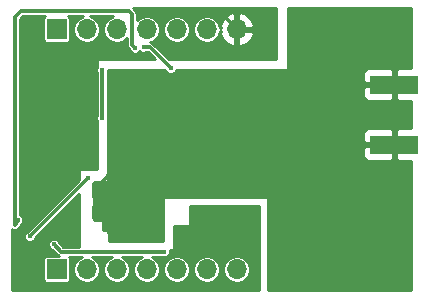
<source format=gbr>
G04 #@! TF.FileFunction,Copper,L2,Bot,Signal*
%FSLAX46Y46*%
G04 Gerber Fmt 4.6, Leading zero omitted, Abs format (unit mm)*
G04 Created by KiCad (PCBNEW 4.0.7) date Fri Oct 27 16:40:53 2017*
%MOMM*%
%LPD*%
G01*
G04 APERTURE LIST*
%ADD10C,0.100000*%
%ADD11R,4.064000X1.524000*%
%ADD12R,1.700000X1.700000*%
%ADD13O,1.700000X1.700000*%
%ADD14C,0.400000*%
%ADD15C,0.300000*%
%ADD16C,0.152000*%
%ADD17C,0.254000*%
G04 APERTURE END LIST*
D10*
D11*
X203835000Y-83413600D03*
X203835000Y-78333600D03*
D12*
X175260000Y-93980000D03*
D13*
X177800000Y-93980000D03*
X180340000Y-93980000D03*
X182880000Y-93980000D03*
X185420000Y-93980000D03*
X187960000Y-93980000D03*
X190500000Y-93980000D03*
D12*
X175260000Y-73660000D03*
D13*
X177800000Y-73660000D03*
X180340000Y-73660000D03*
X182880000Y-73660000D03*
X185420000Y-73660000D03*
X187960000Y-73660000D03*
X190500000Y-73660000D03*
D14*
X189865000Y-86995000D03*
X189230000Y-86360000D03*
X188595000Y-85725000D03*
X187960000Y-85090000D03*
X186690000Y-85090000D03*
X204216000Y-81915000D03*
X203454000Y-81915000D03*
X202692000Y-81915000D03*
X201930000Y-81915000D03*
X200660000Y-81788000D03*
X199390000Y-81788000D03*
X198120000Y-81788000D03*
X196850000Y-81788000D03*
X193040000Y-83820000D03*
X198120000Y-85090000D03*
X194310000Y-82550000D03*
X195580000Y-82550000D03*
X196850000Y-82550000D03*
X198120000Y-82550000D03*
X199390000Y-82550000D03*
X200660000Y-82550000D03*
X200660000Y-83820000D03*
X199390000Y-83820000D03*
X198120000Y-83820000D03*
X196850000Y-83820000D03*
X195580000Y-83820000D03*
X194310000Y-83820000D03*
X194310000Y-85090000D03*
X195580000Y-85090000D03*
X196850000Y-85090000D03*
X201930000Y-79819500D03*
X204216000Y-79819500D03*
X203454000Y-79819500D03*
X202692000Y-79819500D03*
X193548000Y-95250000D03*
X193548000Y-93980000D03*
X193548000Y-92710000D03*
X193548000Y-91440000D03*
X193548000Y-90170000D03*
X193548000Y-88900000D03*
X192786000Y-83439000D03*
X192913000Y-82931000D03*
X192913000Y-82296000D03*
X195199000Y-81788000D03*
X194310000Y-81788000D03*
X193548000Y-81788000D03*
X193040000Y-85090000D03*
X199390000Y-85090000D03*
X200660000Y-85090000D03*
X201930000Y-85090000D03*
X203200000Y-85090000D03*
X204470000Y-85090000D03*
X204470000Y-86360000D03*
X203200000Y-86360000D03*
X201930000Y-86360000D03*
X200660000Y-86360000D03*
X199390000Y-86360000D03*
X198120000Y-86360000D03*
X196850000Y-86360000D03*
X195580000Y-86360000D03*
X194310000Y-86360000D03*
X193040000Y-86360000D03*
X204470000Y-87630000D03*
X203200000Y-87630000D03*
X201930000Y-87630000D03*
X200660000Y-87630000D03*
X199390000Y-87630000D03*
X198120000Y-87630000D03*
X196850000Y-87630000D03*
X195580000Y-87630000D03*
X195580000Y-88900000D03*
X196850000Y-88900000D03*
X198120000Y-88900000D03*
X199390000Y-88900000D03*
X200660000Y-88900000D03*
X201930000Y-88900000D03*
X203200000Y-88900000D03*
X204470000Y-88900000D03*
X204470000Y-90170000D03*
X203200000Y-90170000D03*
X201930000Y-90170000D03*
X200660000Y-90170000D03*
X199390000Y-90170000D03*
X198120000Y-90170000D03*
X196850000Y-90170000D03*
X195580000Y-90170000D03*
X195580000Y-91440000D03*
X196850000Y-91440000D03*
X198120000Y-91440000D03*
X199390000Y-91440000D03*
X200660000Y-91440000D03*
X201930000Y-91440000D03*
X203200000Y-91440000D03*
X204470000Y-91440000D03*
X204470000Y-92710000D03*
X203200000Y-92710000D03*
X201930000Y-92710000D03*
X200660000Y-92710000D03*
X199390000Y-92710000D03*
X198120000Y-92710000D03*
X196850000Y-92710000D03*
X195580000Y-92710000D03*
X195580000Y-93980000D03*
X196850000Y-93980000D03*
X198120000Y-93980000D03*
X199390000Y-93980000D03*
X200660000Y-93980000D03*
X201930000Y-93980000D03*
X203200000Y-93980000D03*
X204470000Y-93980000D03*
X204470000Y-95250000D03*
X203200000Y-95250000D03*
X201930000Y-95250000D03*
X200660000Y-95250000D03*
X199390000Y-95250000D03*
X198120000Y-95250000D03*
X196850000Y-95250000D03*
X195580000Y-95250000D03*
X194310000Y-95250000D03*
X194310000Y-93980000D03*
X194310000Y-92710000D03*
X194310000Y-91440000D03*
X194310000Y-90170000D03*
X194310000Y-88900000D03*
X194310000Y-87630000D03*
X193040000Y-87630000D03*
X191770000Y-87630000D03*
X191770000Y-86360000D03*
X191770000Y-85090000D03*
X190550800Y-79222600D03*
X200660000Y-80010000D03*
X199390000Y-80010000D03*
X198120000Y-80010000D03*
X196850000Y-80010000D03*
X195580000Y-80010000D03*
X194310000Y-80010000D03*
X193040000Y-80010000D03*
X193040000Y-78740000D03*
X191770000Y-78740000D03*
X191770000Y-77470000D03*
X193040000Y-77470000D03*
X194310000Y-77470000D03*
X194310000Y-78740000D03*
X200660000Y-78740000D03*
X199390000Y-78740000D03*
X198120000Y-78740000D03*
X196850000Y-78740000D03*
X195580000Y-78740000D03*
X203200000Y-76200000D03*
X204470000Y-76200000D03*
X204470000Y-74930000D03*
X203200000Y-74930000D03*
X201930000Y-74930000D03*
X200660000Y-74930000D03*
X199390000Y-74930000D03*
X198120000Y-74930000D03*
X196850000Y-74930000D03*
X195580000Y-73660000D03*
X196850000Y-73660000D03*
X198120000Y-73660000D03*
X199390000Y-73660000D03*
X200660000Y-73660000D03*
X201930000Y-73660000D03*
X203200000Y-73660000D03*
X204470000Y-73660000D03*
X204470000Y-72390000D03*
X203200000Y-72390000D03*
X201930000Y-72390000D03*
X200660000Y-72390000D03*
X199390000Y-72390000D03*
X198120000Y-72390000D03*
X196850000Y-72390000D03*
X195580000Y-72390000D03*
X201930000Y-76200000D03*
X200660000Y-76200000D03*
X199390000Y-76200000D03*
X198120000Y-76200000D03*
X196850000Y-76200000D03*
X195580000Y-77470000D03*
X196850000Y-77470000D03*
X198120000Y-77470000D03*
X199390000Y-77470000D03*
X200660000Y-77470000D03*
X189865000Y-80391000D03*
X190627000Y-80010000D03*
X188595000Y-81089500D03*
X189357000Y-80899000D03*
X192024000Y-83693000D03*
X191262000Y-83693000D03*
X192024000Y-79883000D03*
X190627000Y-83629500D03*
X189928500Y-83312000D03*
X189357000Y-82931000D03*
X188595000Y-82550000D03*
X191262000Y-79883000D03*
X191262000Y-81788000D03*
X187325000Y-78740000D03*
X189166500Y-77152500D03*
X187134500Y-77152500D03*
X181610000Y-88074500D03*
X181991000Y-91440000D03*
X182880000Y-91440000D03*
X183515000Y-90805000D03*
X183642000Y-89916000D03*
X183642000Y-89154000D03*
X181102000Y-91440000D03*
X180213000Y-91440000D03*
X179578000Y-86106000D03*
X179197000Y-86741000D03*
X178435000Y-86868000D03*
X178435000Y-87757000D03*
X178435000Y-88773000D03*
X178435000Y-89535000D03*
X179324000Y-89916000D03*
X179705000Y-90805000D03*
X180975000Y-84963000D03*
X184023000Y-87122000D03*
X184023000Y-87820500D03*
X183896000Y-88392000D03*
X183287500Y-80925500D03*
X181102000Y-78740000D03*
X183287500Y-82650500D03*
X185039000Y-82677000D03*
X185012500Y-80925500D03*
X171958000Y-89789000D03*
X184378600Y-92481400D03*
X175006000Y-91846400D03*
X181889400Y-75234800D03*
X179070000Y-81153000D03*
X179070000Y-77089000D03*
X182626000Y-75184000D03*
X184912000Y-76962000D03*
X173355000Y-95250000D03*
X172085000Y-95250000D03*
X172085000Y-93345000D03*
X172085000Y-91440000D03*
X192087500Y-93091000D03*
X192087500Y-93980000D03*
X192087500Y-94932500D03*
X174498000Y-95504000D03*
X176022000Y-95504000D03*
X177292000Y-95504000D03*
X178562000Y-95504000D03*
X179832000Y-95504000D03*
X181102000Y-95504000D03*
X182372000Y-95504000D03*
X183642000Y-95504000D03*
X184912000Y-95504000D03*
X186182000Y-95504000D03*
X187452000Y-95504000D03*
X188722000Y-95504000D03*
X189992000Y-95504000D03*
X191262000Y-95504000D03*
X192087500Y-91122500D03*
X192087500Y-90360500D03*
X192087500Y-89598500D03*
X192087500Y-91948000D03*
X173355000Y-74295000D03*
X173355000Y-76200000D03*
X173355000Y-78105000D03*
X173355000Y-80010000D03*
X173355000Y-73025000D03*
X177165000Y-82550000D03*
X175895000Y-82550000D03*
X174625000Y-82550000D03*
X174625000Y-87630000D03*
X174625000Y-85725000D03*
X174625000Y-83820000D03*
X173736000Y-92760800D03*
X173736000Y-91694000D03*
X175056800Y-90373200D03*
X184573000Y-75523000D03*
X188595000Y-89281000D03*
X189547500Y-91948000D03*
X174625000Y-81280000D03*
X173355000Y-81915000D03*
X173355000Y-83820000D03*
X173355000Y-85725000D03*
X173355000Y-87630000D03*
X173355000Y-89535000D03*
X176530000Y-75565000D03*
X179705000Y-75565000D03*
X175768000Y-80772000D03*
X178308000Y-83439000D03*
X176530000Y-76835000D03*
X175260000Y-79375000D03*
X186690000Y-72390000D03*
X172974000Y-91186000D03*
X177927000Y-86233000D03*
D15*
X188595000Y-85725000D02*
X189230000Y-86360000D01*
X186690000Y-85090000D02*
X187960000Y-85090000D01*
X203454000Y-81915000D02*
X204216000Y-81915000D01*
X201930000Y-81915000D02*
X202692000Y-81915000D01*
X199390000Y-81788000D02*
X200660000Y-81788000D01*
X196850000Y-81788000D02*
X198120000Y-81788000D01*
X193040000Y-85090000D02*
X193040000Y-83820000D01*
X196850000Y-86360000D02*
X198120000Y-85090000D01*
X196850000Y-82550000D02*
X195580000Y-82550000D01*
X199390000Y-82550000D02*
X198120000Y-82550000D01*
X200660000Y-83820000D02*
X200660000Y-82550000D01*
X198120000Y-83820000D02*
X199390000Y-83820000D01*
X195580000Y-83820000D02*
X196850000Y-83820000D01*
X194310000Y-85090000D02*
X194310000Y-83820000D01*
X196850000Y-85090000D02*
X195580000Y-85090000D01*
X201803000Y-79946500D02*
X201930000Y-79819500D01*
X200660000Y-80010000D02*
X201803000Y-79946500D01*
D16*
X202692000Y-79819500D02*
X203454000Y-79819500D01*
D15*
X193548000Y-92710000D02*
X193548000Y-93980000D01*
X193548000Y-90170000D02*
X193548000Y-91440000D01*
X194310000Y-88900000D02*
X193548000Y-88900000D01*
X192786000Y-83439000D02*
X192913000Y-83312000D01*
X192913000Y-83312000D02*
X192913000Y-82931000D01*
X195326000Y-81661000D02*
X196088000Y-81788000D01*
X195199000Y-81788000D02*
X195326000Y-81661000D01*
X193548000Y-81788000D02*
X194310000Y-81788000D01*
X191770000Y-85090000D02*
X193040000Y-85090000D01*
X201930000Y-85090000D02*
X200660000Y-85090000D01*
X204470000Y-85090000D02*
X203200000Y-85090000D01*
X203200000Y-86360000D02*
X204470000Y-86360000D01*
X200660000Y-86360000D02*
X201930000Y-86360000D01*
X198120000Y-86360000D02*
X199390000Y-86360000D01*
X195580000Y-86360000D02*
X196850000Y-86360000D01*
X193040000Y-86360000D02*
X194310000Y-86360000D01*
X201930000Y-87630000D02*
X203200000Y-87630000D01*
X199390000Y-87630000D02*
X200660000Y-87630000D01*
X196850000Y-87630000D02*
X198120000Y-87630000D01*
X195580000Y-88900000D02*
X195580000Y-87630000D01*
X198120000Y-88900000D02*
X196850000Y-88900000D01*
X200660000Y-88900000D02*
X199390000Y-88900000D01*
X203200000Y-88900000D02*
X201930000Y-88900000D01*
X204470000Y-90170000D02*
X204470000Y-88900000D01*
X201930000Y-90170000D02*
X203200000Y-90170000D01*
X199390000Y-90170000D02*
X200660000Y-90170000D01*
X196850000Y-90170000D02*
X198120000Y-90170000D01*
X195580000Y-91440000D02*
X195580000Y-90170000D01*
X198120000Y-91440000D02*
X196850000Y-91440000D01*
X200660000Y-91440000D02*
X199390000Y-91440000D01*
X203200000Y-91440000D02*
X201930000Y-91440000D01*
X204470000Y-92710000D02*
X204470000Y-91440000D01*
X201930000Y-92710000D02*
X203200000Y-92710000D01*
X199390000Y-92710000D02*
X200660000Y-92710000D01*
X196850000Y-92710000D02*
X198120000Y-92710000D01*
X195580000Y-93980000D02*
X195580000Y-92710000D01*
X198120000Y-93980000D02*
X196850000Y-93980000D01*
X200660000Y-93980000D02*
X199390000Y-93980000D01*
X203200000Y-93980000D02*
X201930000Y-93980000D01*
X204470000Y-95250000D02*
X204470000Y-93980000D01*
X201930000Y-95250000D02*
X203200000Y-95250000D01*
X199390000Y-95250000D02*
X200660000Y-95250000D01*
X196850000Y-95250000D02*
X198120000Y-95250000D01*
X194310000Y-95250000D02*
X195580000Y-95250000D01*
X194310000Y-92710000D02*
X194310000Y-93980000D01*
X194310000Y-90170000D02*
X194310000Y-91440000D01*
X194310000Y-87630000D02*
X194310000Y-88900000D01*
X191770000Y-87630000D02*
X193040000Y-87630000D01*
X191770000Y-85090000D02*
X191770000Y-86360000D01*
X198120000Y-80010000D02*
X199390000Y-80010000D01*
X195580000Y-80010000D02*
X196850000Y-80010000D01*
X193040000Y-80010000D02*
X194310000Y-80010000D01*
X191770000Y-78740000D02*
X193040000Y-78740000D01*
X193040000Y-77470000D02*
X191770000Y-77470000D01*
X194310000Y-78740000D02*
X194310000Y-77470000D01*
X202361800Y-78333600D02*
X203835000Y-78333600D01*
X195580000Y-77470000D02*
X195580000Y-78740000D01*
X199390000Y-78740000D02*
X200660000Y-78740000D01*
X196850000Y-78740000D02*
X198120000Y-78740000D01*
X204470000Y-74930000D02*
X204470000Y-76200000D01*
X201930000Y-74930000D02*
X203200000Y-74930000D01*
X199390000Y-74930000D02*
X200660000Y-74930000D01*
X196850000Y-74930000D02*
X198120000Y-74930000D01*
X196850000Y-73660000D02*
X195580000Y-73660000D01*
X199390000Y-73660000D02*
X198120000Y-73660000D01*
X201930000Y-73660000D02*
X200660000Y-73660000D01*
X204470000Y-73660000D02*
X203200000Y-73660000D01*
X203200000Y-72390000D02*
X204470000Y-72390000D01*
X200660000Y-72390000D02*
X201930000Y-72390000D01*
X198120000Y-72390000D02*
X199390000Y-72390000D01*
X195580000Y-72390000D02*
X196850000Y-72390000D01*
X203200000Y-76200000D02*
X201930000Y-76200000D01*
X200660000Y-76200000D02*
X199390000Y-76200000D01*
X198120000Y-76200000D02*
X196850000Y-76200000D01*
X195580000Y-77470000D02*
X196850000Y-77470000D01*
X198120000Y-77470000D02*
X199390000Y-77470000D01*
X200660000Y-77470000D02*
X201930000Y-76200000D01*
X201930000Y-76200000D02*
X203200000Y-76200000D01*
X203200000Y-76200000D02*
X203809600Y-76809600D01*
X203809600Y-76809600D02*
X203835000Y-78333600D01*
D16*
X189865000Y-80391000D02*
X190119000Y-79883000D01*
X190119000Y-79883000D02*
X190627000Y-80010000D01*
X188849000Y-80772000D02*
X189357000Y-80899000D01*
X188595000Y-81089500D02*
X188849000Y-80772000D01*
D15*
X192024000Y-83693000D02*
X191262000Y-83693000D01*
X190119000Y-83693000D02*
X189928500Y-83312000D01*
X190119000Y-83693000D02*
X190627000Y-83629500D01*
X189357000Y-82931000D02*
X191262000Y-82931000D01*
X191262000Y-82931000D02*
X192151000Y-83820000D01*
D16*
X191262000Y-80899000D02*
X191262000Y-79883000D01*
X191262000Y-81788000D02*
X191262000Y-82677000D01*
D15*
X187134500Y-77152500D02*
X187134500Y-78549500D01*
X187134500Y-78549500D02*
X187325000Y-78740000D01*
X187134500Y-77152500D02*
X187198000Y-77216000D01*
X187198000Y-77216000D02*
X188087000Y-77216000D01*
X182880000Y-91440000D02*
X183515000Y-90805000D01*
X183642000Y-89916000D02*
X183642000Y-89154000D01*
X179705000Y-90932000D02*
X180213000Y-91440000D01*
X179705000Y-90805000D02*
X179705000Y-90932000D01*
X179578000Y-86106000D02*
X179197000Y-86487000D01*
X179197000Y-86487000D02*
X179197000Y-86741000D01*
X178435000Y-86868000D02*
X178435000Y-87757000D01*
X178435000Y-88773000D02*
X178435000Y-89535000D01*
X179324000Y-89916000D02*
X179705000Y-90297000D01*
X179705000Y-90297000D02*
X179705000Y-90805000D01*
X181102000Y-91440000D02*
X181991000Y-91440000D01*
X184023000Y-88265000D02*
X184023000Y-87820500D01*
X183896000Y-88392000D02*
X184023000Y-88265000D01*
X181102000Y-78740000D02*
X183261000Y-80899000D01*
X183261000Y-80899000D02*
X183287500Y-80925500D01*
X183287500Y-82650500D02*
X183261000Y-82677000D01*
X185012500Y-80925500D02*
X185039000Y-80899000D01*
X171704000Y-72898000D02*
X171704000Y-72644000D01*
X171704000Y-90246200D02*
X171958000Y-89789000D01*
X175641000Y-92481400D02*
X184378600Y-92481400D01*
X175006000Y-91846400D02*
X175641000Y-92481400D01*
X171704000Y-72898000D02*
X171704000Y-90170000D01*
X181610000Y-72339200D02*
X181406800Y-72136000D01*
X181610000Y-74955400D02*
X181610000Y-72339200D01*
X181889400Y-75234800D02*
X181610000Y-74955400D01*
X171704000Y-90170000D02*
X171704000Y-90246200D01*
X172212000Y-72136000D02*
X181406800Y-72136000D01*
X171704000Y-72644000D02*
X172212000Y-72136000D01*
X179070000Y-81153000D02*
X179070000Y-77089000D01*
X183134000Y-75184000D02*
X182626000Y-75184000D01*
X184912000Y-76962000D02*
X183134000Y-75184000D01*
X192087500Y-94932500D02*
X191833500Y-94932500D01*
X172085000Y-93345000D02*
X172085000Y-95250000D01*
X192087500Y-93091000D02*
X192087500Y-93980000D01*
X173482000Y-95250000D02*
X173355000Y-95250000D01*
X173736000Y-95504000D02*
X173482000Y-95250000D01*
X174498000Y-95504000D02*
X173736000Y-95504000D01*
X177292000Y-95504000D02*
X176022000Y-95504000D01*
X179832000Y-95504000D02*
X178562000Y-95504000D01*
X182372000Y-95504000D02*
X181102000Y-95504000D01*
X184912000Y-95504000D02*
X183642000Y-95504000D01*
X187452000Y-95504000D02*
X186182000Y-95504000D01*
X189992000Y-95504000D02*
X188722000Y-95504000D01*
X191833500Y-94932500D02*
X191262000Y-95504000D01*
X192087500Y-91122500D02*
X192087500Y-90360500D01*
X192087500Y-89598500D02*
X192087500Y-88963500D01*
X189547500Y-91948000D02*
X192087500Y-91948000D01*
X173355000Y-76200000D02*
X173355000Y-74295000D01*
X173355000Y-80010000D02*
X173355000Y-78105000D01*
X174625000Y-82550000D02*
X175895000Y-82550000D01*
X174625000Y-83820000D02*
X174625000Y-85725000D01*
X175056800Y-90373200D02*
X173736000Y-91694000D01*
X184573000Y-75523000D02*
X184594500Y-75501500D01*
X189547500Y-91948000D02*
X189547500Y-90233500D01*
X189547500Y-90233500D02*
X188595000Y-89281000D01*
X173355000Y-89535000D02*
X172085000Y-90805000D01*
X172085000Y-90805000D02*
X172085000Y-91440000D01*
X172085000Y-91440000D02*
X172085000Y-90805000D01*
X175133000Y-80772000D02*
X175768000Y-80772000D01*
X174625000Y-81280000D02*
X175133000Y-80772000D01*
X173355000Y-83820000D02*
X173355000Y-81915000D01*
X173355000Y-87630000D02*
X173355000Y-85725000D01*
X176530000Y-75565000D02*
X179705000Y-75565000D01*
X178308000Y-83439000D02*
X178181000Y-83439000D01*
X177800000Y-83058000D02*
X177800000Y-80772000D01*
X178181000Y-83439000D02*
X177800000Y-83058000D01*
X175768000Y-80772000D02*
X177800000Y-80772000D01*
X175260000Y-78105000D02*
X176530000Y-76835000D01*
X175260000Y-79375000D02*
X175260000Y-78105000D01*
X186690000Y-72390000D02*
X189230000Y-72390000D01*
X189230000Y-72390000D02*
X190500000Y-73660000D01*
X177927000Y-86233000D02*
X172974000Y-91186000D01*
D17*
G36*
X205257400Y-76936600D02*
X204120750Y-76936600D01*
X203962000Y-77095350D01*
X203962000Y-78206600D01*
X203982000Y-78206600D01*
X203982000Y-78460600D01*
X203962000Y-78460600D01*
X203962000Y-79571850D01*
X204120750Y-79730600D01*
X205257400Y-79730600D01*
X205257400Y-82016600D01*
X204120750Y-82016600D01*
X203962000Y-82175350D01*
X203962000Y-83286600D01*
X203982000Y-83286600D01*
X203982000Y-83540600D01*
X203962000Y-83540600D01*
X203962000Y-84651850D01*
X204120750Y-84810600D01*
X205257400Y-84810600D01*
X205257400Y-95758000D01*
X193167000Y-95758000D01*
X193167000Y-88011000D01*
X193156994Y-87961590D01*
X193128553Y-87919965D01*
X193086159Y-87892685D01*
X193040000Y-87884000D01*
X184404000Y-87884000D01*
X184354590Y-87894006D01*
X184312965Y-87922447D01*
X184285685Y-87964841D01*
X184277000Y-88011000D01*
X184277000Y-91567000D01*
X179705000Y-91567000D01*
X179705000Y-90805000D01*
X179694994Y-90755590D01*
X179666553Y-90713965D01*
X179624159Y-90686685D01*
X179578000Y-90678000D01*
X179197000Y-90678000D01*
X179197000Y-89916000D01*
X179186994Y-89866590D01*
X179158553Y-89824965D01*
X179116159Y-89797685D01*
X179070000Y-89789000D01*
X178435000Y-89789000D01*
X178435000Y-86614000D01*
X179514500Y-86614000D01*
X179563910Y-86603994D01*
X179605535Y-86575553D01*
X179632815Y-86533159D01*
X179641500Y-86487000D01*
X179641500Y-83699350D01*
X201168000Y-83699350D01*
X201168000Y-84301909D01*
X201264673Y-84535298D01*
X201443301Y-84713927D01*
X201676690Y-84810600D01*
X203549250Y-84810600D01*
X203708000Y-84651850D01*
X203708000Y-83540600D01*
X201326750Y-83540600D01*
X201168000Y-83699350D01*
X179641500Y-83699350D01*
X179641500Y-82525291D01*
X201168000Y-82525291D01*
X201168000Y-83127850D01*
X201326750Y-83286600D01*
X203708000Y-83286600D01*
X203708000Y-82175350D01*
X203549250Y-82016600D01*
X201676690Y-82016600D01*
X201443301Y-82113273D01*
X201264673Y-82291902D01*
X201168000Y-82525291D01*
X179641500Y-82525291D01*
X179641500Y-78619350D01*
X201168000Y-78619350D01*
X201168000Y-79221909D01*
X201264673Y-79455298D01*
X201443301Y-79633927D01*
X201676690Y-79730600D01*
X203549250Y-79730600D01*
X203708000Y-79571850D01*
X203708000Y-78460600D01*
X201326750Y-78460600D01*
X201168000Y-78619350D01*
X179641500Y-78619350D01*
X179641500Y-77445291D01*
X201168000Y-77445291D01*
X201168000Y-78047850D01*
X201326750Y-78206600D01*
X203708000Y-78206600D01*
X203708000Y-77095350D01*
X203549250Y-76936600D01*
X201676690Y-76936600D01*
X201443301Y-77033273D01*
X201264673Y-77211902D01*
X201168000Y-77445291D01*
X179641500Y-77445291D01*
X179641500Y-77089000D01*
X184432302Y-77089000D01*
X184455980Y-77112678D01*
X184505687Y-77232977D01*
X184640314Y-77367840D01*
X184816303Y-77440917D01*
X185006861Y-77441083D01*
X185182977Y-77368313D01*
X185317840Y-77233686D01*
X185377919Y-77089000D01*
X194691000Y-77089000D01*
X194740410Y-77078994D01*
X194782035Y-77050553D01*
X194809315Y-77008159D01*
X194818000Y-76962000D01*
X194818000Y-71882000D01*
X205257400Y-71882000D01*
X205257400Y-76936600D01*
X205257400Y-76936600D01*
G37*
X205257400Y-76936600D02*
X204120750Y-76936600D01*
X203962000Y-77095350D01*
X203962000Y-78206600D01*
X203982000Y-78206600D01*
X203982000Y-78460600D01*
X203962000Y-78460600D01*
X203962000Y-79571850D01*
X204120750Y-79730600D01*
X205257400Y-79730600D01*
X205257400Y-82016600D01*
X204120750Y-82016600D01*
X203962000Y-82175350D01*
X203962000Y-83286600D01*
X203982000Y-83286600D01*
X203982000Y-83540600D01*
X203962000Y-83540600D01*
X203962000Y-84651850D01*
X204120750Y-84810600D01*
X205257400Y-84810600D01*
X205257400Y-95758000D01*
X193167000Y-95758000D01*
X193167000Y-88011000D01*
X193156994Y-87961590D01*
X193128553Y-87919965D01*
X193086159Y-87892685D01*
X193040000Y-87884000D01*
X184404000Y-87884000D01*
X184354590Y-87894006D01*
X184312965Y-87922447D01*
X184285685Y-87964841D01*
X184277000Y-88011000D01*
X184277000Y-91567000D01*
X179705000Y-91567000D01*
X179705000Y-90805000D01*
X179694994Y-90755590D01*
X179666553Y-90713965D01*
X179624159Y-90686685D01*
X179578000Y-90678000D01*
X179197000Y-90678000D01*
X179197000Y-89916000D01*
X179186994Y-89866590D01*
X179158553Y-89824965D01*
X179116159Y-89797685D01*
X179070000Y-89789000D01*
X178435000Y-89789000D01*
X178435000Y-86614000D01*
X179514500Y-86614000D01*
X179563910Y-86603994D01*
X179605535Y-86575553D01*
X179632815Y-86533159D01*
X179641500Y-86487000D01*
X179641500Y-83699350D01*
X201168000Y-83699350D01*
X201168000Y-84301909D01*
X201264673Y-84535298D01*
X201443301Y-84713927D01*
X201676690Y-84810600D01*
X203549250Y-84810600D01*
X203708000Y-84651850D01*
X203708000Y-83540600D01*
X201326750Y-83540600D01*
X201168000Y-83699350D01*
X179641500Y-83699350D01*
X179641500Y-82525291D01*
X201168000Y-82525291D01*
X201168000Y-83127850D01*
X201326750Y-83286600D01*
X203708000Y-83286600D01*
X203708000Y-82175350D01*
X203549250Y-82016600D01*
X201676690Y-82016600D01*
X201443301Y-82113273D01*
X201264673Y-82291902D01*
X201168000Y-82525291D01*
X179641500Y-82525291D01*
X179641500Y-78619350D01*
X201168000Y-78619350D01*
X201168000Y-79221909D01*
X201264673Y-79455298D01*
X201443301Y-79633927D01*
X201676690Y-79730600D01*
X203549250Y-79730600D01*
X203708000Y-79571850D01*
X203708000Y-78460600D01*
X201326750Y-78460600D01*
X201168000Y-78619350D01*
X179641500Y-78619350D01*
X179641500Y-77445291D01*
X201168000Y-77445291D01*
X201168000Y-78047850D01*
X201326750Y-78206600D01*
X203708000Y-78206600D01*
X203708000Y-77095350D01*
X203549250Y-76936600D01*
X201676690Y-76936600D01*
X201443301Y-77033273D01*
X201264673Y-77211902D01*
X201168000Y-77445291D01*
X179641500Y-77445291D01*
X179641500Y-77089000D01*
X184432302Y-77089000D01*
X184455980Y-77112678D01*
X184505687Y-77232977D01*
X184640314Y-77367840D01*
X184816303Y-77440917D01*
X185006861Y-77441083D01*
X185182977Y-77368313D01*
X185317840Y-77233686D01*
X185377919Y-77089000D01*
X194691000Y-77089000D01*
X194740410Y-77078994D01*
X194782035Y-77050553D01*
X194809315Y-77008159D01*
X194818000Y-76962000D01*
X194818000Y-71882000D01*
X205257400Y-71882000D01*
X205257400Y-76936600D01*
G36*
X174211651Y-72606093D02*
X174147947Y-72699327D01*
X174125535Y-72810000D01*
X174125535Y-74510000D01*
X174144989Y-74613391D01*
X174206093Y-74708349D01*
X174299327Y-74772053D01*
X174410000Y-74794465D01*
X176110000Y-74794465D01*
X176213391Y-74775011D01*
X176308349Y-74713907D01*
X176372053Y-74620673D01*
X176394465Y-74510000D01*
X176394465Y-72810000D01*
X176375011Y-72706609D01*
X176313907Y-72611651D01*
X176245631Y-72565000D01*
X177517875Y-72565000D01*
X177367950Y-72594822D01*
X177001676Y-72839558D01*
X176756940Y-73205832D01*
X176671000Y-73637882D01*
X176671000Y-73682118D01*
X176756940Y-74114168D01*
X177001676Y-74480442D01*
X177367950Y-74725178D01*
X177800000Y-74811118D01*
X178232050Y-74725178D01*
X178598324Y-74480442D01*
X178843060Y-74114168D01*
X178929000Y-73682118D01*
X178929000Y-73637882D01*
X178843060Y-73205832D01*
X178598324Y-72839558D01*
X178232050Y-72594822D01*
X178082125Y-72565000D01*
X180057875Y-72565000D01*
X179907950Y-72594822D01*
X179541676Y-72839558D01*
X179296940Y-73205832D01*
X179211000Y-73637882D01*
X179211000Y-73682118D01*
X179296940Y-74114168D01*
X179541676Y-74480442D01*
X179907950Y-74725178D01*
X180340000Y-74811118D01*
X180772050Y-74725178D01*
X181138324Y-74480442D01*
X181181000Y-74416573D01*
X181181000Y-74955400D01*
X181213656Y-75119571D01*
X181306651Y-75258749D01*
X181433380Y-75385478D01*
X181483087Y-75505777D01*
X181617714Y-75640640D01*
X181793703Y-75713717D01*
X181984261Y-75713883D01*
X182160377Y-75641113D01*
X182283152Y-75518553D01*
X182354314Y-75589840D01*
X182530303Y-75662917D01*
X182720861Y-75663083D01*
X182842071Y-75613000D01*
X182956302Y-75613000D01*
X183543302Y-76200000D01*
X178816000Y-76200000D01*
X178766590Y-76210006D01*
X178724965Y-76238447D01*
X178697685Y-76280841D01*
X178689000Y-76327000D01*
X178689000Y-76792517D01*
X178664160Y-76817314D01*
X178591083Y-76993303D01*
X178590917Y-77183861D01*
X178641000Y-77305071D01*
X178641000Y-80937089D01*
X178591083Y-81057303D01*
X178590917Y-81247861D01*
X178663687Y-81423977D01*
X178689000Y-81449334D01*
X178689000Y-85471000D01*
X177292000Y-85471000D01*
X177242590Y-85481006D01*
X177200965Y-85509447D01*
X177173685Y-85551841D01*
X177165000Y-85598000D01*
X177165000Y-86388302D01*
X172823322Y-90729980D01*
X172703023Y-90779687D01*
X172568160Y-90914314D01*
X172495083Y-91090303D01*
X172494917Y-91280861D01*
X172567687Y-91456977D01*
X172702314Y-91591840D01*
X172878303Y-91664917D01*
X173068861Y-91665083D01*
X173244977Y-91592313D01*
X173379840Y-91457686D01*
X173430134Y-91336564D01*
X177165000Y-87601698D01*
X177165000Y-92052400D01*
X175818698Y-92052400D01*
X175462020Y-91695722D01*
X175412313Y-91575423D01*
X175277686Y-91440560D01*
X175101697Y-91367483D01*
X174911139Y-91367317D01*
X174735023Y-91440087D01*
X174600160Y-91574714D01*
X174527083Y-91750703D01*
X174526917Y-91941261D01*
X174599687Y-92117377D01*
X174734314Y-92252240D01*
X174855436Y-92302534D01*
X175337651Y-92784749D01*
X175428624Y-92845535D01*
X174410000Y-92845535D01*
X174306609Y-92864989D01*
X174211651Y-92926093D01*
X174147947Y-93019327D01*
X174125535Y-93130000D01*
X174125535Y-94830000D01*
X174144989Y-94933391D01*
X174206093Y-95028349D01*
X174299327Y-95092053D01*
X174410000Y-95114465D01*
X176110000Y-95114465D01*
X176213391Y-95095011D01*
X176308349Y-95033907D01*
X176372053Y-94940673D01*
X176394465Y-94830000D01*
X176394465Y-93130000D01*
X176375011Y-93026609D01*
X176313907Y-92931651D01*
X176282805Y-92910400D01*
X177390181Y-92910400D01*
X177367950Y-92914822D01*
X177001676Y-93159558D01*
X176756940Y-93525832D01*
X176671000Y-93957882D01*
X176671000Y-94002118D01*
X176756940Y-94434168D01*
X177001676Y-94800442D01*
X177367950Y-95045178D01*
X177800000Y-95131118D01*
X178232050Y-95045178D01*
X178598324Y-94800442D01*
X178843060Y-94434168D01*
X178929000Y-94002118D01*
X178929000Y-93957882D01*
X178843060Y-93525832D01*
X178598324Y-93159558D01*
X178232050Y-92914822D01*
X178209819Y-92910400D01*
X179930181Y-92910400D01*
X179907950Y-92914822D01*
X179541676Y-93159558D01*
X179296940Y-93525832D01*
X179211000Y-93957882D01*
X179211000Y-94002118D01*
X179296940Y-94434168D01*
X179541676Y-94800442D01*
X179907950Y-95045178D01*
X180340000Y-95131118D01*
X180772050Y-95045178D01*
X181138324Y-94800442D01*
X181383060Y-94434168D01*
X181469000Y-94002118D01*
X181469000Y-93957882D01*
X181383060Y-93525832D01*
X181138324Y-93159558D01*
X180772050Y-92914822D01*
X180749819Y-92910400D01*
X182470181Y-92910400D01*
X182447950Y-92914822D01*
X182081676Y-93159558D01*
X181836940Y-93525832D01*
X181751000Y-93957882D01*
X181751000Y-94002118D01*
X181836940Y-94434168D01*
X182081676Y-94800442D01*
X182447950Y-95045178D01*
X182880000Y-95131118D01*
X183312050Y-95045178D01*
X183678324Y-94800442D01*
X183923060Y-94434168D01*
X184009000Y-94002118D01*
X184009000Y-93957882D01*
X184291000Y-93957882D01*
X184291000Y-94002118D01*
X184376940Y-94434168D01*
X184621676Y-94800442D01*
X184987950Y-95045178D01*
X185420000Y-95131118D01*
X185852050Y-95045178D01*
X186218324Y-94800442D01*
X186463060Y-94434168D01*
X186549000Y-94002118D01*
X186549000Y-93957882D01*
X186831000Y-93957882D01*
X186831000Y-94002118D01*
X186916940Y-94434168D01*
X187161676Y-94800442D01*
X187527950Y-95045178D01*
X187960000Y-95131118D01*
X188392050Y-95045178D01*
X188758324Y-94800442D01*
X189003060Y-94434168D01*
X189089000Y-94002118D01*
X189089000Y-93957882D01*
X189371000Y-93957882D01*
X189371000Y-94002118D01*
X189456940Y-94434168D01*
X189701676Y-94800442D01*
X190067950Y-95045178D01*
X190500000Y-95131118D01*
X190932050Y-95045178D01*
X191298324Y-94800442D01*
X191543060Y-94434168D01*
X191629000Y-94002118D01*
X191629000Y-93957882D01*
X191543060Y-93525832D01*
X191298324Y-93159558D01*
X190932050Y-92914822D01*
X190500000Y-92828882D01*
X190067950Y-92914822D01*
X189701676Y-93159558D01*
X189456940Y-93525832D01*
X189371000Y-93957882D01*
X189089000Y-93957882D01*
X189003060Y-93525832D01*
X188758324Y-93159558D01*
X188392050Y-92914822D01*
X187960000Y-92828882D01*
X187527950Y-92914822D01*
X187161676Y-93159558D01*
X186916940Y-93525832D01*
X186831000Y-93957882D01*
X186549000Y-93957882D01*
X186463060Y-93525832D01*
X186218324Y-93159558D01*
X185852050Y-92914822D01*
X185420000Y-92828882D01*
X184987950Y-92914822D01*
X184621676Y-93159558D01*
X184376940Y-93525832D01*
X184291000Y-93957882D01*
X184009000Y-93957882D01*
X183923060Y-93525832D01*
X183678324Y-93159558D01*
X183312050Y-92914822D01*
X183289819Y-92910400D01*
X184162689Y-92910400D01*
X184282903Y-92960317D01*
X184473461Y-92960483D01*
X184649577Y-92887713D01*
X184784440Y-92753086D01*
X184857517Y-92577097D01*
X184857683Y-92386539D01*
X184833908Y-92329000D01*
X185102500Y-92329000D01*
X185151910Y-92318994D01*
X185193535Y-92290553D01*
X185220815Y-92248159D01*
X185229500Y-92202000D01*
X185229500Y-90297000D01*
X186436000Y-90297000D01*
X186485410Y-90286994D01*
X186527035Y-90258553D01*
X186554315Y-90216159D01*
X186563000Y-90170000D01*
X186563000Y-88646000D01*
X192405000Y-88646000D01*
X192405000Y-95758000D01*
X171450000Y-95758000D01*
X171450000Y-90582523D01*
X171450208Y-90582662D01*
X171495659Y-90621213D01*
X171519237Y-90628785D01*
X171539829Y-90642544D01*
X171598288Y-90654172D01*
X171655030Y-90672395D01*
X171679709Y-90670368D01*
X171704000Y-90675200D01*
X171762455Y-90663572D01*
X171821855Y-90658694D01*
X171843883Y-90647375D01*
X171868171Y-90642544D01*
X171917726Y-90609433D01*
X171970739Y-90582193D01*
X171986757Y-90563308D01*
X172007349Y-90549549D01*
X172040462Y-90499992D01*
X172079013Y-90454541D01*
X172221256Y-90198503D01*
X172228977Y-90195313D01*
X172363840Y-90060686D01*
X172436917Y-89884697D01*
X172437083Y-89694139D01*
X172364313Y-89518023D01*
X172229686Y-89383160D01*
X172133000Y-89343012D01*
X172133000Y-72821698D01*
X172389697Y-72565000D01*
X174275511Y-72565000D01*
X174211651Y-72606093D01*
X174211651Y-72606093D01*
G37*
X174211651Y-72606093D02*
X174147947Y-72699327D01*
X174125535Y-72810000D01*
X174125535Y-74510000D01*
X174144989Y-74613391D01*
X174206093Y-74708349D01*
X174299327Y-74772053D01*
X174410000Y-74794465D01*
X176110000Y-74794465D01*
X176213391Y-74775011D01*
X176308349Y-74713907D01*
X176372053Y-74620673D01*
X176394465Y-74510000D01*
X176394465Y-72810000D01*
X176375011Y-72706609D01*
X176313907Y-72611651D01*
X176245631Y-72565000D01*
X177517875Y-72565000D01*
X177367950Y-72594822D01*
X177001676Y-72839558D01*
X176756940Y-73205832D01*
X176671000Y-73637882D01*
X176671000Y-73682118D01*
X176756940Y-74114168D01*
X177001676Y-74480442D01*
X177367950Y-74725178D01*
X177800000Y-74811118D01*
X178232050Y-74725178D01*
X178598324Y-74480442D01*
X178843060Y-74114168D01*
X178929000Y-73682118D01*
X178929000Y-73637882D01*
X178843060Y-73205832D01*
X178598324Y-72839558D01*
X178232050Y-72594822D01*
X178082125Y-72565000D01*
X180057875Y-72565000D01*
X179907950Y-72594822D01*
X179541676Y-72839558D01*
X179296940Y-73205832D01*
X179211000Y-73637882D01*
X179211000Y-73682118D01*
X179296940Y-74114168D01*
X179541676Y-74480442D01*
X179907950Y-74725178D01*
X180340000Y-74811118D01*
X180772050Y-74725178D01*
X181138324Y-74480442D01*
X181181000Y-74416573D01*
X181181000Y-74955400D01*
X181213656Y-75119571D01*
X181306651Y-75258749D01*
X181433380Y-75385478D01*
X181483087Y-75505777D01*
X181617714Y-75640640D01*
X181793703Y-75713717D01*
X181984261Y-75713883D01*
X182160377Y-75641113D01*
X182283152Y-75518553D01*
X182354314Y-75589840D01*
X182530303Y-75662917D01*
X182720861Y-75663083D01*
X182842071Y-75613000D01*
X182956302Y-75613000D01*
X183543302Y-76200000D01*
X178816000Y-76200000D01*
X178766590Y-76210006D01*
X178724965Y-76238447D01*
X178697685Y-76280841D01*
X178689000Y-76327000D01*
X178689000Y-76792517D01*
X178664160Y-76817314D01*
X178591083Y-76993303D01*
X178590917Y-77183861D01*
X178641000Y-77305071D01*
X178641000Y-80937089D01*
X178591083Y-81057303D01*
X178590917Y-81247861D01*
X178663687Y-81423977D01*
X178689000Y-81449334D01*
X178689000Y-85471000D01*
X177292000Y-85471000D01*
X177242590Y-85481006D01*
X177200965Y-85509447D01*
X177173685Y-85551841D01*
X177165000Y-85598000D01*
X177165000Y-86388302D01*
X172823322Y-90729980D01*
X172703023Y-90779687D01*
X172568160Y-90914314D01*
X172495083Y-91090303D01*
X172494917Y-91280861D01*
X172567687Y-91456977D01*
X172702314Y-91591840D01*
X172878303Y-91664917D01*
X173068861Y-91665083D01*
X173244977Y-91592313D01*
X173379840Y-91457686D01*
X173430134Y-91336564D01*
X177165000Y-87601698D01*
X177165000Y-92052400D01*
X175818698Y-92052400D01*
X175462020Y-91695722D01*
X175412313Y-91575423D01*
X175277686Y-91440560D01*
X175101697Y-91367483D01*
X174911139Y-91367317D01*
X174735023Y-91440087D01*
X174600160Y-91574714D01*
X174527083Y-91750703D01*
X174526917Y-91941261D01*
X174599687Y-92117377D01*
X174734314Y-92252240D01*
X174855436Y-92302534D01*
X175337651Y-92784749D01*
X175428624Y-92845535D01*
X174410000Y-92845535D01*
X174306609Y-92864989D01*
X174211651Y-92926093D01*
X174147947Y-93019327D01*
X174125535Y-93130000D01*
X174125535Y-94830000D01*
X174144989Y-94933391D01*
X174206093Y-95028349D01*
X174299327Y-95092053D01*
X174410000Y-95114465D01*
X176110000Y-95114465D01*
X176213391Y-95095011D01*
X176308349Y-95033907D01*
X176372053Y-94940673D01*
X176394465Y-94830000D01*
X176394465Y-93130000D01*
X176375011Y-93026609D01*
X176313907Y-92931651D01*
X176282805Y-92910400D01*
X177390181Y-92910400D01*
X177367950Y-92914822D01*
X177001676Y-93159558D01*
X176756940Y-93525832D01*
X176671000Y-93957882D01*
X176671000Y-94002118D01*
X176756940Y-94434168D01*
X177001676Y-94800442D01*
X177367950Y-95045178D01*
X177800000Y-95131118D01*
X178232050Y-95045178D01*
X178598324Y-94800442D01*
X178843060Y-94434168D01*
X178929000Y-94002118D01*
X178929000Y-93957882D01*
X178843060Y-93525832D01*
X178598324Y-93159558D01*
X178232050Y-92914822D01*
X178209819Y-92910400D01*
X179930181Y-92910400D01*
X179907950Y-92914822D01*
X179541676Y-93159558D01*
X179296940Y-93525832D01*
X179211000Y-93957882D01*
X179211000Y-94002118D01*
X179296940Y-94434168D01*
X179541676Y-94800442D01*
X179907950Y-95045178D01*
X180340000Y-95131118D01*
X180772050Y-95045178D01*
X181138324Y-94800442D01*
X181383060Y-94434168D01*
X181469000Y-94002118D01*
X181469000Y-93957882D01*
X181383060Y-93525832D01*
X181138324Y-93159558D01*
X180772050Y-92914822D01*
X180749819Y-92910400D01*
X182470181Y-92910400D01*
X182447950Y-92914822D01*
X182081676Y-93159558D01*
X181836940Y-93525832D01*
X181751000Y-93957882D01*
X181751000Y-94002118D01*
X181836940Y-94434168D01*
X182081676Y-94800442D01*
X182447950Y-95045178D01*
X182880000Y-95131118D01*
X183312050Y-95045178D01*
X183678324Y-94800442D01*
X183923060Y-94434168D01*
X184009000Y-94002118D01*
X184009000Y-93957882D01*
X184291000Y-93957882D01*
X184291000Y-94002118D01*
X184376940Y-94434168D01*
X184621676Y-94800442D01*
X184987950Y-95045178D01*
X185420000Y-95131118D01*
X185852050Y-95045178D01*
X186218324Y-94800442D01*
X186463060Y-94434168D01*
X186549000Y-94002118D01*
X186549000Y-93957882D01*
X186831000Y-93957882D01*
X186831000Y-94002118D01*
X186916940Y-94434168D01*
X187161676Y-94800442D01*
X187527950Y-95045178D01*
X187960000Y-95131118D01*
X188392050Y-95045178D01*
X188758324Y-94800442D01*
X189003060Y-94434168D01*
X189089000Y-94002118D01*
X189089000Y-93957882D01*
X189371000Y-93957882D01*
X189371000Y-94002118D01*
X189456940Y-94434168D01*
X189701676Y-94800442D01*
X190067950Y-95045178D01*
X190500000Y-95131118D01*
X190932050Y-95045178D01*
X191298324Y-94800442D01*
X191543060Y-94434168D01*
X191629000Y-94002118D01*
X191629000Y-93957882D01*
X191543060Y-93525832D01*
X191298324Y-93159558D01*
X190932050Y-92914822D01*
X190500000Y-92828882D01*
X190067950Y-92914822D01*
X189701676Y-93159558D01*
X189456940Y-93525832D01*
X189371000Y-93957882D01*
X189089000Y-93957882D01*
X189003060Y-93525832D01*
X188758324Y-93159558D01*
X188392050Y-92914822D01*
X187960000Y-92828882D01*
X187527950Y-92914822D01*
X187161676Y-93159558D01*
X186916940Y-93525832D01*
X186831000Y-93957882D01*
X186549000Y-93957882D01*
X186463060Y-93525832D01*
X186218324Y-93159558D01*
X185852050Y-92914822D01*
X185420000Y-92828882D01*
X184987950Y-92914822D01*
X184621676Y-93159558D01*
X184376940Y-93525832D01*
X184291000Y-93957882D01*
X184009000Y-93957882D01*
X183923060Y-93525832D01*
X183678324Y-93159558D01*
X183312050Y-92914822D01*
X183289819Y-92910400D01*
X184162689Y-92910400D01*
X184282903Y-92960317D01*
X184473461Y-92960483D01*
X184649577Y-92887713D01*
X184784440Y-92753086D01*
X184857517Y-92577097D01*
X184857683Y-92386539D01*
X184833908Y-92329000D01*
X185102500Y-92329000D01*
X185151910Y-92318994D01*
X185193535Y-92290553D01*
X185220815Y-92248159D01*
X185229500Y-92202000D01*
X185229500Y-90297000D01*
X186436000Y-90297000D01*
X186485410Y-90286994D01*
X186527035Y-90258553D01*
X186554315Y-90216159D01*
X186563000Y-90170000D01*
X186563000Y-88646000D01*
X192405000Y-88646000D01*
X192405000Y-95758000D01*
X171450000Y-95758000D01*
X171450000Y-90582523D01*
X171450208Y-90582662D01*
X171495659Y-90621213D01*
X171519237Y-90628785D01*
X171539829Y-90642544D01*
X171598288Y-90654172D01*
X171655030Y-90672395D01*
X171679709Y-90670368D01*
X171704000Y-90675200D01*
X171762455Y-90663572D01*
X171821855Y-90658694D01*
X171843883Y-90647375D01*
X171868171Y-90642544D01*
X171917726Y-90609433D01*
X171970739Y-90582193D01*
X171986757Y-90563308D01*
X172007349Y-90549549D01*
X172040462Y-90499992D01*
X172079013Y-90454541D01*
X172221256Y-90198503D01*
X172228977Y-90195313D01*
X172363840Y-90060686D01*
X172436917Y-89884697D01*
X172437083Y-89694139D01*
X172364313Y-89518023D01*
X172229686Y-89383160D01*
X172133000Y-89343012D01*
X172133000Y-72821698D01*
X172389697Y-72565000D01*
X174275511Y-72565000D01*
X174211651Y-72606093D01*
G36*
X193865500Y-76200000D02*
X184756698Y-76200000D01*
X183437349Y-74880651D01*
X183298171Y-74787656D01*
X183148062Y-74757797D01*
X183312050Y-74725178D01*
X183678324Y-74480442D01*
X183923060Y-74114168D01*
X184009000Y-73682118D01*
X184009000Y-73637882D01*
X184291000Y-73637882D01*
X184291000Y-73682118D01*
X184376940Y-74114168D01*
X184621676Y-74480442D01*
X184987950Y-74725178D01*
X185420000Y-74811118D01*
X185852050Y-74725178D01*
X186218324Y-74480442D01*
X186463060Y-74114168D01*
X186549000Y-73682118D01*
X186549000Y-73637882D01*
X186831000Y-73637882D01*
X186831000Y-73682118D01*
X186916940Y-74114168D01*
X187161676Y-74480442D01*
X187527950Y-74725178D01*
X187960000Y-74811118D01*
X188392050Y-74725178D01*
X188758324Y-74480442D01*
X189003060Y-74114168D01*
X189068137Y-73787002D01*
X189179180Y-73787002D01*
X189058514Y-74016892D01*
X189304817Y-74541358D01*
X189733076Y-74931645D01*
X190143110Y-75101476D01*
X190373000Y-74980155D01*
X190373000Y-73787000D01*
X190627000Y-73787000D01*
X190627000Y-74980155D01*
X190856890Y-75101476D01*
X191266924Y-74931645D01*
X191695183Y-74541358D01*
X191941486Y-74016892D01*
X191820819Y-73787000D01*
X190627000Y-73787000D01*
X190373000Y-73787000D01*
X190353000Y-73787000D01*
X190353000Y-73533000D01*
X190373000Y-73533000D01*
X190373000Y-72339845D01*
X190627000Y-72339845D01*
X190627000Y-73533000D01*
X191820819Y-73533000D01*
X191941486Y-73303108D01*
X191695183Y-72778642D01*
X191266924Y-72388355D01*
X190856890Y-72218524D01*
X190627000Y-72339845D01*
X190373000Y-72339845D01*
X190143110Y-72218524D01*
X189733076Y-72388355D01*
X189304817Y-72778642D01*
X189058514Y-73303108D01*
X189179180Y-73532998D01*
X189068137Y-73532998D01*
X189003060Y-73205832D01*
X188758324Y-72839558D01*
X188392050Y-72594822D01*
X187960000Y-72508882D01*
X187527950Y-72594822D01*
X187161676Y-72839558D01*
X186916940Y-73205832D01*
X186831000Y-73637882D01*
X186549000Y-73637882D01*
X186463060Y-73205832D01*
X186218324Y-72839558D01*
X185852050Y-72594822D01*
X185420000Y-72508882D01*
X184987950Y-72594822D01*
X184621676Y-72839558D01*
X184376940Y-73205832D01*
X184291000Y-73637882D01*
X184009000Y-73637882D01*
X183923060Y-73205832D01*
X183678324Y-72839558D01*
X183312050Y-72594822D01*
X182880000Y-72508882D01*
X182447950Y-72594822D01*
X182081676Y-72839558D01*
X182039000Y-72903427D01*
X182039000Y-72339200D01*
X182006344Y-72175029D01*
X181913349Y-72035851D01*
X181759498Y-71882000D01*
X193865500Y-71882000D01*
X193865500Y-76200000D01*
X193865500Y-76200000D01*
G37*
X193865500Y-76200000D02*
X184756698Y-76200000D01*
X183437349Y-74880651D01*
X183298171Y-74787656D01*
X183148062Y-74757797D01*
X183312050Y-74725178D01*
X183678324Y-74480442D01*
X183923060Y-74114168D01*
X184009000Y-73682118D01*
X184009000Y-73637882D01*
X184291000Y-73637882D01*
X184291000Y-73682118D01*
X184376940Y-74114168D01*
X184621676Y-74480442D01*
X184987950Y-74725178D01*
X185420000Y-74811118D01*
X185852050Y-74725178D01*
X186218324Y-74480442D01*
X186463060Y-74114168D01*
X186549000Y-73682118D01*
X186549000Y-73637882D01*
X186831000Y-73637882D01*
X186831000Y-73682118D01*
X186916940Y-74114168D01*
X187161676Y-74480442D01*
X187527950Y-74725178D01*
X187960000Y-74811118D01*
X188392050Y-74725178D01*
X188758324Y-74480442D01*
X189003060Y-74114168D01*
X189068137Y-73787002D01*
X189179180Y-73787002D01*
X189058514Y-74016892D01*
X189304817Y-74541358D01*
X189733076Y-74931645D01*
X190143110Y-75101476D01*
X190373000Y-74980155D01*
X190373000Y-73787000D01*
X190627000Y-73787000D01*
X190627000Y-74980155D01*
X190856890Y-75101476D01*
X191266924Y-74931645D01*
X191695183Y-74541358D01*
X191941486Y-74016892D01*
X191820819Y-73787000D01*
X190627000Y-73787000D01*
X190373000Y-73787000D01*
X190353000Y-73787000D01*
X190353000Y-73533000D01*
X190373000Y-73533000D01*
X190373000Y-72339845D01*
X190627000Y-72339845D01*
X190627000Y-73533000D01*
X191820819Y-73533000D01*
X191941486Y-73303108D01*
X191695183Y-72778642D01*
X191266924Y-72388355D01*
X190856890Y-72218524D01*
X190627000Y-72339845D01*
X190373000Y-72339845D01*
X190143110Y-72218524D01*
X189733076Y-72388355D01*
X189304817Y-72778642D01*
X189058514Y-73303108D01*
X189179180Y-73532998D01*
X189068137Y-73532998D01*
X189003060Y-73205832D01*
X188758324Y-72839558D01*
X188392050Y-72594822D01*
X187960000Y-72508882D01*
X187527950Y-72594822D01*
X187161676Y-72839558D01*
X186916940Y-73205832D01*
X186831000Y-73637882D01*
X186549000Y-73637882D01*
X186463060Y-73205832D01*
X186218324Y-72839558D01*
X185852050Y-72594822D01*
X185420000Y-72508882D01*
X184987950Y-72594822D01*
X184621676Y-72839558D01*
X184376940Y-73205832D01*
X184291000Y-73637882D01*
X184009000Y-73637882D01*
X183923060Y-73205832D01*
X183678324Y-72839558D01*
X183312050Y-72594822D01*
X182880000Y-72508882D01*
X182447950Y-72594822D01*
X182081676Y-72839558D01*
X182039000Y-72903427D01*
X182039000Y-72339200D01*
X182006344Y-72175029D01*
X181913349Y-72035851D01*
X181759498Y-71882000D01*
X193865500Y-71882000D01*
X193865500Y-76200000D01*
M02*

</source>
